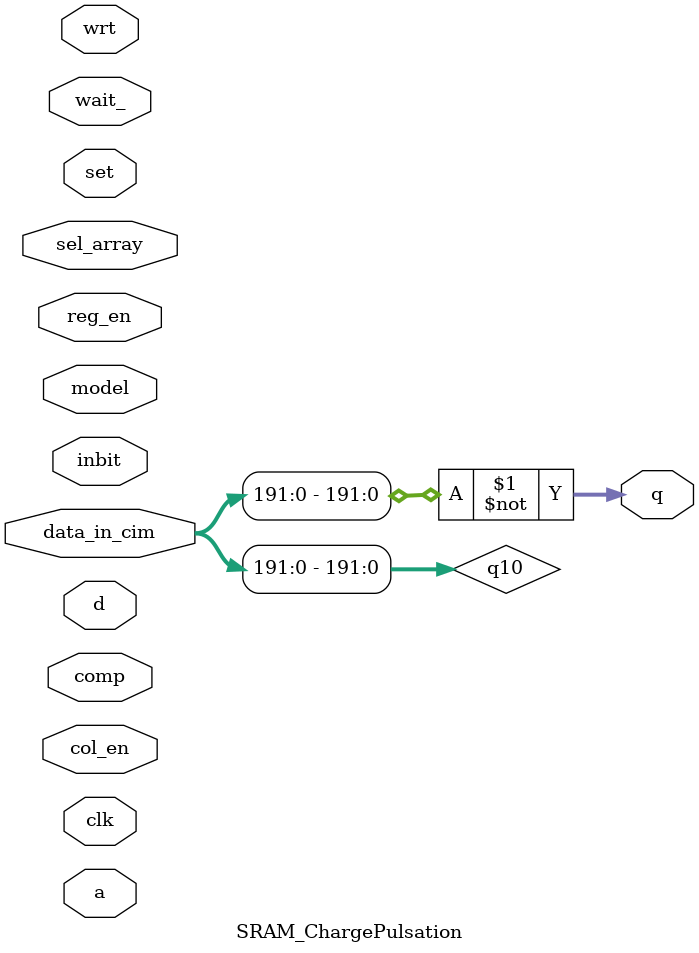
<source format=v>
module SRAM_ChargePulsation(
        input [511:0]data_in_cim, 
        input model,
        input set,
        input comp,
        input inbit,
        input wait_,
        input clk,
        input [7:0]a,
        input [31:0]d,
        output [191:0]q,
        input [15:0]sel_array,
        input col_en,
        input reg_en,
        input wrt
);
//reg aa;
//always @(posedge clk)begin
//	aa <= reg_en & col_en & reg_en & wrt & wrtbuf;
//end
//wire read_en = comp & model & (~inbit) & (wait_);
//wire [191:0]q10 = {192{read_en}} | data_in_cim[191:0] | data_in_cim[383:192] | {16'b0,sel_array,d,data_in_cim[511:384]};
wire [191:0]q10 = data_in_cim[191:0];
//wire [191:0]q9 = ~q10;
//wire [191:0]q8 = ~q9;
//wire [191:0]q7 = ~q8;
//wire [191:0]q6 = ~q7;
//wire [191:0]q5 = ~q6;
//wire [191:0]q4 = ~q5;
//wire [191:0]q3 = ~q4;
//wire [191:0]q2 = ~q3;
//wire [191:0]q1 = ~q2;
//wire [191:0]q0 = ~q1;
assign q = ~q10;
endmodule

</source>
